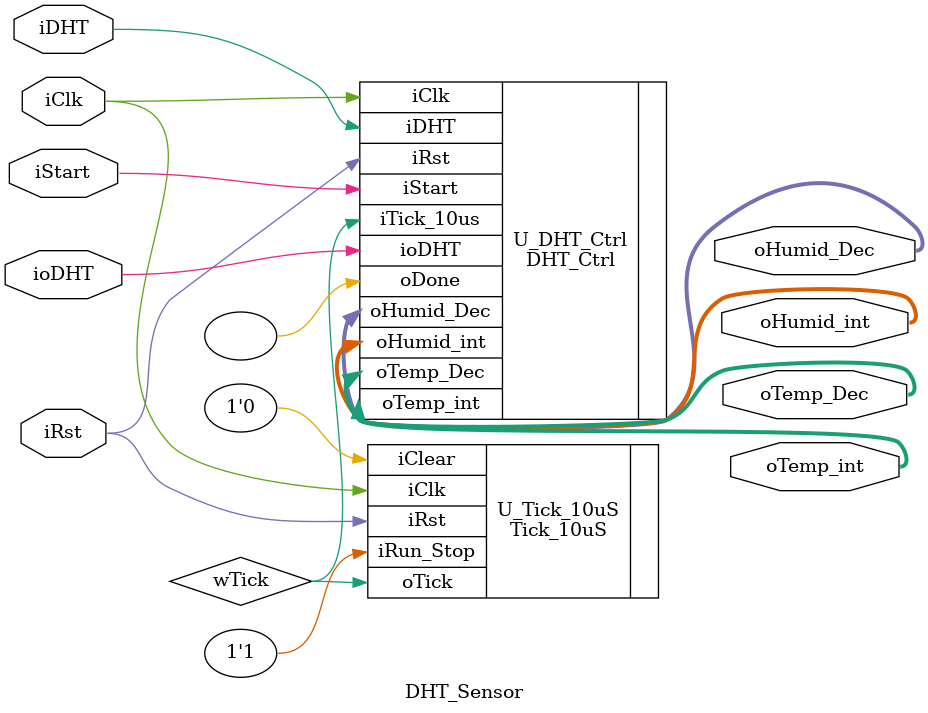
<source format=v>
`timescale 1ns / 1ps

module DHT_Sensor(
    // Clock & Reset
    input           iClk,
    input           iRst,

    input           iDHT,
    input           iStart,
    inout           ioDHT,

    output  [7:0]   oHumid_int,
    output  [7:0]   oHumid_Dec,
    output  [7:0]   oTemp_int,
    output  [7:0]   oTemp_Dec
);


    /***********************************************
    // Reg & Wire
    ***********************************************/
    wire            wTick;

    /***********************************************
    // Instantiation
    ***********************************************/
    Tick_10uS   U_Tick_10uS (
        .iClk       (iClk),
        .iRst       (iRst),
        .iRun_Stop  (1'b1),
        .iClear     (1'b0),
        .oTick      (wTick)
    );

    DHT_Ctrl    U_DHT_Ctrl  (
        .iClk       (iClk),
        .iRst       (iRst),
        .iDHT       (iDHT),
        .iStart     (iStart),
        .ioDHT      (ioDHT),
        .iTick_10us (wTick),
        .oHumid_int (oHumid_int),
        .oHumid_Dec (oHumid_Dec),
        .oTemp_int  (oTemp_int),
        .oTemp_Dec  (oTemp_Dec),
        .oDone      ()
    );
endmodule
</source>
